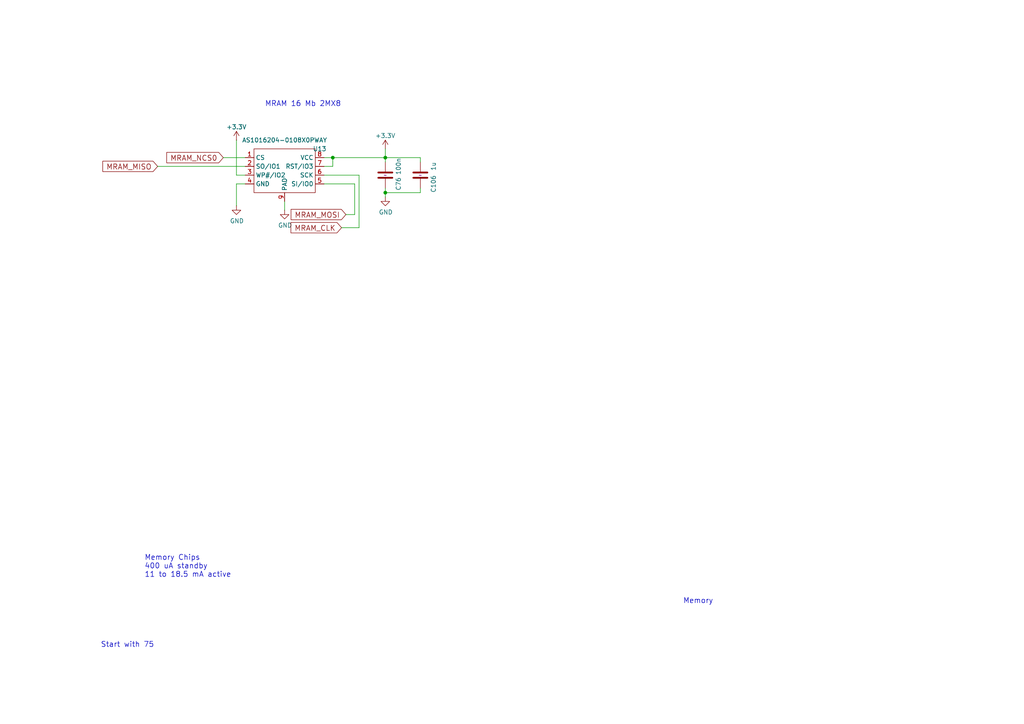
<source format=kicad_sch>
(kicad_sch (version 20250114) (generator "eeschema") (generator_version "9.0")
  (paper "A4")
  (title_block (title "Radiation Tolerant PacSat Communication") (date "2023-06-17") (rev "A") (company "AMSAT-NA") (comment 1 "N5BRG"))
  (lib_symbols
    (symbol "Device:C" (pin_numbers (hide yes)) (pin_names (offset 0.254))
      (property "Reference" "C" (at 0.635 2.54 0))
      (property "Value" "C" (at 0.635 -2.54 0))
      (symbol "C_0_1"
        (polyline (pts (xy -2.032 0.762) (xy 2.032 0.762)) (stroke (width 0.508)))
        (polyline (pts (xy -2.032 -0.762) (xy 2.032 -0.762)) (stroke (width 0.508)))
      )
      (symbol "C_1_1"
        (pin passive line (at 0 3.81 270) (length 2.794) (name "~") (number "1"))
        (pin passive line (at 0 -3.81 90) (length 2.794) (name "~") (number "2"))
      )
    )
    (symbol "PACSAT_ICs:QSPI_FLASH_WSON_8-pin"
      (property "Reference" "U13" (at 10.16 6.35 0))
      (property "Value" "AS1016204-0108X0PWAY" (at 0 8.89 0))
      (symbol "QSPI_FLASH_WSON_8-pin_0_1"
        (rectangle (start -8.89 6.35) (end 8.89 -6.35))
      )
      (symbol "QSPI_FLASH_WSON_8-pin_1_1"
        (pin input line (at -11.43 3.81 0) (length 2.54) (name "CS") (number "1"))
        (pin input line (at -11.43 1.27 0) (length 2.54) (name "SO/IO1") (number "2"))
        (pin input line (at -11.43 -1.27 0) (length 2.54) (name "WP#/IO2") (number "3"))
        (pin power_in line (at -11.43 -3.81 0) (length 2.54) (name "GND") (number "4"))
        (pin passive line (at 0 -8.89 90) (length 2.54) (name "PAD") (number "9"))
        (pin power_in line (at 11.43 3.81 180) (length 2.54) (name "VCC") (number "8"))
        (pin input line (at 11.43 1.27 180) (length 2.54) (name "RST/IO3") (number "7"))
        (pin input line (at 11.43 -1.27 180) (length 2.54) (name "SCK") (number "6"))
        (pin input line (at 11.43 -3.81 180) (length 2.54) (name "SI/IO0") (number "5"))
      )
    )
    (symbol "power:+3.3V" (power) (pin_numbers (hide yes)) (pin_names (offset 0) (hide yes))
      (property "Value" "+3.3V" (at 0 3.556 0))
      (symbol "+3.3V_0_1"
        (polyline (pts (xy -0.762 1.27) (xy 0 2.54)))
        (polyline (pts (xy 0 2.54) (xy 0.762 1.27)))
        (polyline (pts (xy 0 0) (xy 0 2.54)))
      )
      (symbol "+3.3V_1_1"
        (pin power_in line (at 0 0 90) (length 0) (name "~") (number "1"))
      )
    )
    (symbol "power:GND" (power) (pin_numbers (hide yes)) (pin_names (offset 0) (hide yes))
      (property "Value" "GND" (at 0 -3.81 0))
      (symbol "GND_0_1"
        (polyline (pts (xy 0 0) (xy 0 -1.27) (xy 1.27 -1.27) (xy 0 -2.54) (xy -1.27 -1.27) (xy 0 -1.27)))
      )
      (symbol "GND_1_1"
        (pin power_in line (at 0 0 270) (length 0) (name "~") (number "1"))
      )
    )
  )
  (text "Start with 75" (at 29.21 187.96 0) (effects (font (size 1.524 1.524)) (justify left bottom)))
  (text "Memory" (at 198.12 175.26 0) (effects (font (size 1.524 1.524)) (justify left bottom)))
  (text "MRAM 16 Mb 2MX8" (at 76.835 31.115 0) (effects (font (size 1.524 1.524)) (justify left bottom)))
  (text "Memory Chips\n400 uA standby\n11 to 18.5 mA active" (at 41.91 167.64 0) (effects (font (size 1.524 1.524)) (justify left bottom)))
  (junction (at 111.76 45.72))
  (junction (at 111.76 55.88))
  (junction (at 96.52 45.72))
  (wire (pts (xy 121.92 46.99) (xy 121.92 45.72)))
  (wire (pts (xy 82.55 58.42) (xy 82.55 60.96)))
  (wire (pts (xy 121.92 55.88) (xy 111.76 55.88)))
  (wire (pts (xy 71.12 50.8) (xy 68.58 50.8)))
  (wire (pts (xy 68.58 53.34) (xy 68.58 59.69)))
  (wire (pts (xy 93.98 48.26) (xy 96.52 48.26)))
  (wire (pts (xy 121.92 45.72) (xy 111.76 45.72)))
  (wire (pts (xy 96.52 48.26) (xy 96.52 45.72)))
  (wire (pts (xy 93.98 45.72) (xy 96.52 45.72)))
  (wire (pts (xy 111.76 55.88) (xy 111.76 57.15)))
  (wire (pts (xy 71.12 53.34) (xy 68.58 53.34)))
  (wire (pts (xy 104.14 66.04) (xy 99.06 66.04)))
  (wire (pts (xy 45.72 48.26) (xy 71.12 48.26)))
  (wire (pts (xy 104.14 50.8) (xy 104.14 66.04)))
  (wire (pts (xy 96.52 45.72) (xy 111.76 45.72)))
  (wire (pts (xy 104.14 50.8) (xy 93.98 50.8)))
  (wire (pts (xy 121.92 54.61) (xy 121.92 55.88)))
  (wire (pts (xy 111.76 45.72) (xy 111.76 46.99)))
  (wire (pts (xy 111.76 54.61) (xy 111.76 55.88)))
  (wire (pts (xy 93.98 53.34) (xy 102.87 53.34)))
  (wire (pts (xy 102.87 53.34) (xy 102.87 62.23)))
  (wire (pts (xy 71.12 45.72) (xy 64.77 45.72)))
  (wire (pts (xy 102.87 62.23) (xy 100.33 62.23)))
  (wire (pts (xy 68.58 50.8) (xy 68.58 40.64)))
  (wire (pts (xy 111.76 43.18) (xy 111.76 45.72)))
  (global_label "MRAM_CLK" (shape input) (at 99.06 66.04 180) (effects (font (size 1.524 1.524))) (property "Intersheetrefs" "${INTERSHEET_REFS}" (effects (hide yes))))
  (global_label "MRAM_MISO" (shape input) (at 45.72 48.26 180) (effects (font (size 1.524 1.524))) (property "Intersheetrefs" "${INTERSHEET_REFS}" (effects (hide yes))))
  (global_label "MRAM_MOSI" (shape input) (at 100.33 62.23 180) (effects (font (size 1.524 1.524))) (property "Intersheetrefs" "${INTERSHEET_REFS}" (effects (hide yes))))
  (global_label "MRAM_NCS0" (shape input) (at 64.77 45.72 180) (effects (font (size 1.524 1.524))) (property "Intersheetrefs" "${INTERSHEET_REFS}" (effects (hide yes))))
  (symbol (lib_id "power:+3.3V") (at 111.76 43.18 0) (unit 1)
    (property "Reference" "#PWR0692" (effects (hide yes)))
    (property "Value" "+3.3V" (at 111.76 39.37 0))
  )
  (symbol (lib_id "power:GND") (at 82.55 60.96 0) (unit 1)
    (property "Reference" "#PWR080" (effects (hide yes)))
    (property "Value" "GND" (at 82.677 65.3542 0))
  )
  (symbol (lib_id "Device:C") (at 111.76 50.8 0) (unit 1)
    (property "Reference" "C76" (at 115.57 53.34 90))
    (property "Value" "100n" (at 115.57 48.26 90))
    (property "Footprint" "Capacitor_SMD:C_0603_1608Metric_Pad1.08x0.95mm_HandSolder" (effects (hide yes)))
    (property "Datasheet" "~" (at 111.76 50.8 0))
  )
  (symbol (lib_id "PACSAT_ICs:QSPI_FLASH_WSON_8-pin") (at 82.55 49.53 0) (unit 1)
    (property "Reference" "U13" (at 92.71 43.18 0))
    (property "Value" "AS1016204-0108X0PWAY" (at 82.55 40.64 0))
    (property "Footprint" "Package_SON:WSON-8-1EP_8x6mm_P1.27mm_EP3.4x4.3mm" (effects (hide yes)))
    (property "Datasheet" "AS1016204-0108X0PWAY" (effects (hide yes)))
    (property "Description" "QSPI Memory" (effects (hide yes)))
    (property "MAXIMUM_PACKAGE_HEIGHT" "0.95mm" (effects (hide yes)))
    (property "CREATOR" "ASHISH" (effects (hide yes)))
    (property "STANDARD" "IPC-7351B" (effects (hide yes)))
    (property "PARTREV" "v3.2" (effects (hide yes)))
    (property "MANUFACTURER" "Everspin" (effects (hide yes)))
  )
  (symbol (lib_id "power:GND") (at 68.58 59.69 0) (unit 1)
    (property "Reference" "#PWR077" (effects (hide yes)))
    (property "Value" "GND" (at 68.707 64.0842 0))
  )
  (symbol (lib_id "power:+3.3V") (at 68.58 40.64 0) (unit 1)
    (property "Reference" "#PWR0693" (effects (hide yes)))
    (property "Value" "+3.3V" (at 68.58 36.83 0))
  )
  (symbol (lib_id "Device:C") (at 121.92 50.8 0) (unit 1)
    (property "Reference" "C106" (at 125.73 53.34 90))
    (property "Value" "1u" (at 125.73 48.26 90))
    (property "Footprint" "Capacitor_SMD:C_0603_1608Metric_Pad1.08x0.95mm_HandSolder" (effects (hide yes)))
    (property "Datasheet" "~" (at 121.92 50.8 0))
  )
  (symbol (lib_id "power:GND") (at 111.76 57.15 0) (unit 1)
    (property "Reference" "#PWR083" (effects (hide yes)))
    (property "Value" "GND" (at 111.887 61.5442 0))
  )
)
</source>
